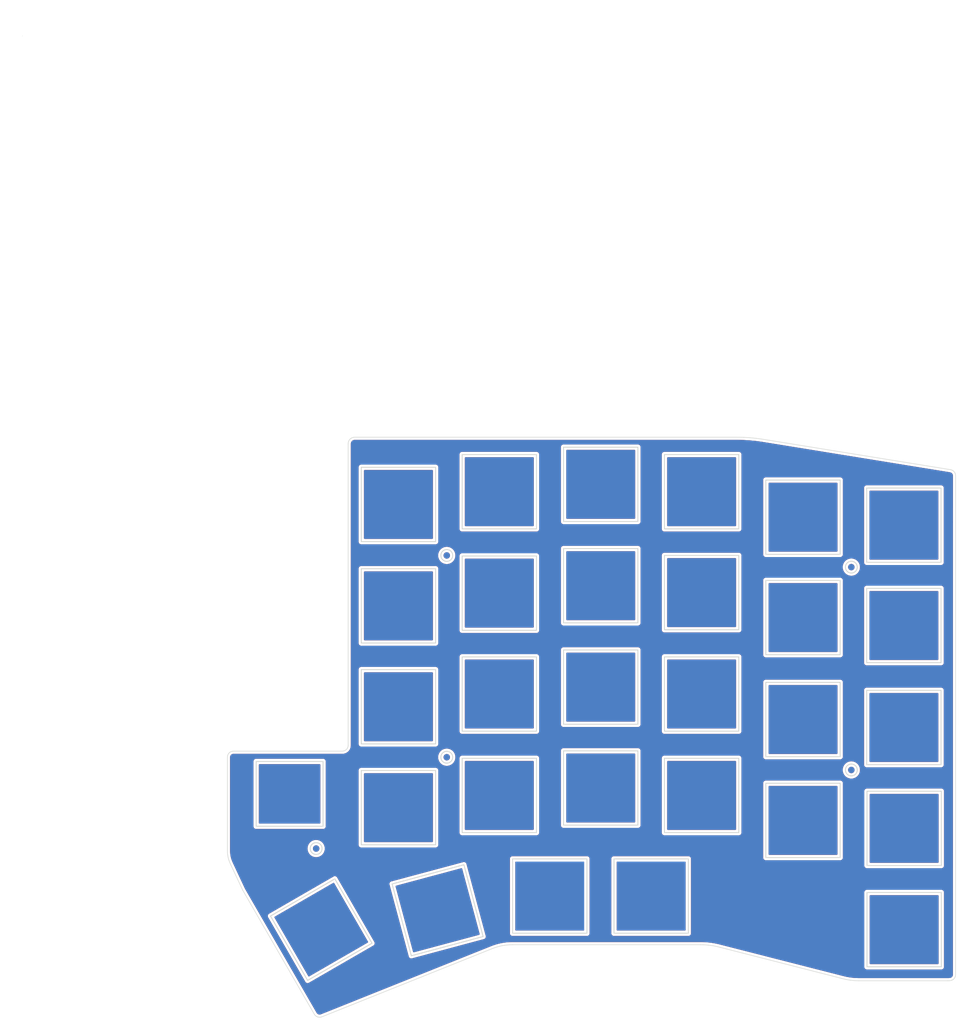
<source format=kicad_pcb>
(kicad_pcb (version 20211014) (generator pcbnew)
  (layers (0 "F.Cu" signal) (31 "B.Cu" signal) (34 "B.Paste" user) (35 "F.Paste" user) (36 "B.SilkS" user "B.Silkscreen") (37 "F.SilkS" user "F.Silkscreen") (38 "B.Mask" user) (39 "F.Mask" user) (44 "Edge.Cuts" user))
  (net 0 "")
  (gr_line (start 224.1296 139.7) (end 223.901 139.7) (layer "Edge.Cuts") (width 0.1))
  (gr_line (start 204.009451 139.2664) (end 181.165009 133.42648) (layer "Edge.Cuts") (width 0.1))
  (gr_line (start 104.918207 146.31232) (end 104.77107 146.16833) (layer "Edge.Cuts") (width 0.1))
  (gr_line (start 88.310437 115.822758) (end 88.284057 115.503472) (layer "Edge.Cuts") (width 0.1))
  (gr_rect (start 208.7 85) (end 222.6954 98.9954) (layer "Edge.Cuts") (width 0.15) (fill none))
  (gr_rect (start 93.7 98.4) (end 106.3 110.6) (layer "Edge.Cuts") (width 0.15) (fill none))
  (gr_circle (center 105 114.8) (end 106.1176 114.8) (layer "Edge.Cuts") (width 0.15) (fill none))
  (gr_line (start 112.011168 37.350535) (end 112.260447 37.325405) (layer "Edge.Cuts") (width 0.1))
  (gr_line (start 177.892978 132.923912) (end 177.4063 132.915912) (layer "Edge.Cuts") (width 0.1))
  (gr_line (start 225.283881 43.997807) (end 225.370281 44.178672) (layer "Edge.Cuts") (width 0.1))
  (gr_line (start 140.499606 133.020102) (end 140.020141 133.100702) (layer "Edge.Cuts") (width 0.1))
  (gr_line (start 140.020141 133.100702) (end 139.545048 133.204021) (layer "Edge.Cuts") (width 0.1))
  (gr_line (start 88.367059 97.151168) (end 88.47355 96.955479) (layer "Edge.Cuts") (width 0.1))
  (gr_line (start 105.086149 146.42628) (end 104.918207 146.31232) (layer "Edge.Cuts") (width 0.1))
  (gr_circle (center 129.6 97.6) (end 130.7176 97.6) (layer "Edge.Cuts") (width 0.15) (fill none))
  (gr_line (start 111.120749 38.080848) (end 111.23479 37.870743) (layer "Edge.Cuts") (width 0.1))
  (gr_line (start 105.668308 146.57198) (end 105.465848 146.55768) (layer "Edge.Cuts") (width 0.1))
  (gr_line (start 205.594911 139.5931) (end 204.7971 139.4567) (layer "Edge.Cuts") (width 0.1))
  (gr_line (start 110.359747 96.365852) (end 110.544827 96.267042) (layer "Edge.Cuts") (width 0.1))
  (gr_line (start 141.468402 132.927502) (end 140.982629 132.962302) (layer "Edge.Cuts") (width 0.1))
  (gr_line (start 139.545048 133.204021) (end 139.07514 133.329881) (layer "Edge.Cuts") (width 0.1))
  (gr_line (start 111.002699 95.583159) (end 111.023549 95.372397) (layer "Edge.Cuts") (width 0.1))
  (gr_line (start 178.366503 132.948012) (end 177.892978 132.923912) (layer "Edge.Cuts") (width 0.1))
  (gr_line (start 110.544827 96.267042) (end 110.708603 96.132756) (layer "Edge.Cuts") (width 0.1))
  (gr_poly (pts (xy 96.397822 127.507822) (xy 108.518194 120.510122) (xy 115.515893 132.630494) (xy 103.395522 139.628194)) (layer "Edge.Cuts") (width 0.15) (fill none))
  (gr_rect (start 170.6 97.8) (end 184.5954 111.7954) (layer "Edge.Cuts") (width 0.15) (fill none))
  (gr_line (start 88.588327 117.068869) (end 88.493317 116.763407) (layer "Edge.Cuts") (width 0.1))
  (gr_rect (start 113.5 43) (end 127.4954 56.9954) (layer "Edge.Cuts") (width 0.15) (fill none))
  (gr_line (start 109.948244 96.447702) (end 110.159006 96.426852) (layer "Edge.Cuts") (width 0.1))
  (gr_line (start 88.275257 115.182495) (end 88.275853 97.599704) (layer "Edge.Cuts") (width 0.1))
  (gr_line (start 225.423881 138.752566) (end 225.363481 138.958835) (layer "Edge.Cuts") (width 0.1))
  (gr_line (start 225.424381 44.374571) (end 225.443181 44.581902) (layer "Edge.Cuts") (width 0.1))
  (gr_rect (start 189.7 83.5) (end 203.6954 97.4954) (layer "Edge.Cuts") (width 0.15) (fill none))
  (gr_line (start 225.363481 138.958835) (end 225.267481 139.147435) (layer "Edge.Cuts") (width 0.1))
  (gr_rect (start 132.5 40.6) (end 146.4954 54.5954) (layer "Edge.Cuts") (width 0.15) (fill none))
  (gr_line (start 141.956108 132.915912) (end 141.468402 132.927502) (layer "Edge.Cuts") (width 0.1))
  (gr_circle (center 129.6 59.6) (end 130.7176 59.6) (layer "Edge.Cuts") (width 0.15) (fill none))
  (gr_rect (start 189.7 64.3) (end 203.6954 78.2954) (layer "Edge.Cuts") (width 0.15) (fill none))
  (gr_line (start 178.83867 132.988112) (end 178.366503 132.948012) (layer "Edge.Cuts") (width 0.1))
  (gr_circle (center 205.8 100) (end 206.9176 100) (layer "Edge.Cuts") (width 0.15) (fill none))
  (gr_line (start 111.23479 37.870743) (end 111.385827 37.687684) (layer "Edge.Cuts") (width 0.1))
  (gr_rect (start 132.5 97.8) (end 146.4954 111.7954) (layer "Edge.Cuts") (width 0.15) (fill none))
  (gr_line (start 207.2005 139.7) (end 206.40012 139.6752) (layer "Edge.Cuts") (width 0.1))
  (gr_line (start 224.803331 139.566104) (end 224.602601 139.642904) (layer "Edge.Cuts") (width 0.1))
  (gr_line (start 180.242991 133.203712) (end 179.777319 133.116012) (layer "Edge.Cuts") (width 0.1))
  (gr_line (start 138.154128 133.648551) (end 106.075202 146.48948) (layer "Edge.Cuts") (width 0.1))
  (gr_line (start 104.77107 146.16833) (end 104.649386 145.99593) (layer "Edge.Cuts") (width 0.1))
  (gr_line (start 89.197408 96.471092) (end 89.4297 96.447702) (layer "Edge.Cuts") (width 0.1))
  (gr_line (start 225.4377 138.5443) (end 225.423881 138.752566) (layer "Edge.Cuts") (width 0.1))
  (gr_line (start 187.885731 37.54187) (end 188.910421 37.679776) (layer "Edge.Cuts") (width 0.1))
  (gr_line (start 88.284057 115.503472) (end 88.275257 115.182495) (layer "Edge.Cuts") (width 0.1))
  (gr_line (start 88.299617 97.36745) (end 88.367059 97.151168) (layer "Edge.Cuts") (width 0.1))
  (gr_line (start 188.910421 37.679776) (end 224.475441 43.445146) (layer "Edge.Cuts") (width 0.1))
  (gr_circle (center 205.8 61.8) (end 206.9176 61.8) (layer "Edge.Cuts") (width 0.15) (fill none))
  (gr_line (start 91.129785 122.566908) (end 88.828479 117.66343) (layer "Edge.Cuts") (width 0.1))
  (gr_line (start 88.275853 97.599704) (end 88.299617 97.36745) (layer "Edge.Cuts") (width 0.1))
  (gr_line (start 225.370281 44.178672) (end 225.424381 44.374571) (layer "Edge.Cuts") (width 0.1))
  (gr_line (start 180.705689 133.30724) (end 180.242991 133.203712) (layer "Edge.Cuts") (width 0.1))
  (gr_line (start 106.075202 146.48948) (end 105.872976 146.54978) (layer "Edge.Cuts") (width 0.1))
  (gr_line (start 111.385827 37.687684) (end 111.568884 37.536647) (layer "Edge.Cuts") (width 0.1))
  (gr_line (start 179.309078 133.044112) (end 178.83867 132.988112) (layer "Edge.Cuts") (width 0.1))
  (gr_line (start 105.465848 146.55768) (end 105.270246 146.50858) (layer "Edge.Cuts") (width 0.1))
  (gr_line (start 181.165009 133.42648) (end 180.705689 133.30724) (layer "Edge.Cuts") (width 0.1))
  (gr_poly (pts (xy 119.306786 121.470253) (xy 132.825304 117.847977) (xy 136.44758 131.366495) (xy 122.929062 134.988771)) (layer "Edge.Cuts") (width 0.15) (fill none))
  (gr_line (start 225.267481 139.147435) (end 225.139571 139.314255) (layer "Edge.Cuts") (width 0.1))
  (gr_line (start 111.048679 38.313027) (end 111.120749 38.080848) (layer "Edge.Cuts") (width 0.1))
  (gr_line (start 88.493317 116.763407) (end 88.415227 116.453429) (layer "Edge.Cuts") (width 0.1))
  (gr_line (start 88.415227 116.453429) (end 88.354217 116.139644) (layer "Edge.Cuts") (width 0.1))
  (gr_rect (start 189.7 102.5) (end 203.6954 116.4954) (layer "Edge.Cuts") (width 0.15) (fill none))
  (gr_line (start 88.828479 117.66343) (end 88.7001 117.369113) (layer "Edge.Cuts") (width 0.1))
  (gr_rect (start 151.6 96.4) (end 165.5954 110.3954) (layer "Edge.Cuts") (width 0.15) (fill none))
  (gr_line (start 49.676679 -38.227998) (end 49.676679 -38.227998) (layer "Edge.Cuts") (width 0.1))
  (gr_line (start 224.983591 139.455185) (end 224.803331 139.566104) (layer "Edge.Cuts") (width 0.1))
  (gr_line (start 186.716531 37.429255) (end 187.885731 37.54187) (layer "Edge.Cuts") (width 0.1))
  (gr_line (start 112.260447 37.325405) (end 184.510807 37.325485) (layer "Edge.Cuts") (width 0.1))
  (gr_line (start 224.385191 139.681504) (end 224.1296 139.7) (layer "Edge.Cuts") (width 0.1))
  (gr_line (start 179.777319 133.116012) (end 179.309078 133.044112) (layer "Edge.Cuts") (width 0.1))
  (gr_line (start 110.708603 96.132756) (end 110.842889 95.96898) (layer "Edge.Cuts") (width 0.1))
  (gr_rect (start 151.6 58.3) (end 165.5954 72.2954) (layer "Edge.Cuts") (width 0.15) (fill none))
  (gr_line (start 204.7971 139.4567) (end 204.009451 139.2664) (layer "Edge.Cuts") (width 0.1))
  (gr_line (start 224.861871 43.581466) (end 225.026621 43.6956) (layer "Edge.Cuts") (width 0.1))
  (gr_line (start 140.982629 132.962302) (end 140.499606 133.020102) (layer "Edge.Cuts") (width 0.1))
  (gr_rect (start 170.6 40.6) (end 184.5954 54.5954) (layer "Edge.Cuts") (width 0.15) (fill none))
  (gr_line (start 110.159006 96.426852) (end 110.359747 96.365852) (layer "Edge.Cuts") (width 0.1))
  (gr_rect (start 170.6 59.6) (end 184.5954 73.5954) (layer "Edge.Cuts") (width 0.15) (fill none))
  (gr_line (start 91.174935 122.653408) (end 91.129785 122.566908) (layer "Edge.Cuts") (width 0.1))
  (gr_line (start 88.981018 96.538192) (end 89.197408 96.471092) (layer "Edge.Cuts") (width 0.1))
  (gr_rect (start 161.1 116.75) (end 175.0954 130.7454) (layer "Edge.Cuts") (width 0.15) (fill none))
  (gr_rect (start 189.7 45.4) (end 203.6954 59.3954) (layer "Edge.Cuts") (width 0.15) (fill none))
  (gr_line (start 111.77899 37.422605) (end 112.011168 37.350535) (layer "Edge.Cuts") (width 0.1))
  (gr_line (start 88.7001 117.369113) (end 88.588327 117.068869) (layer "Edge.Cuts") (width 0.1))
  (gr_line (start 185.544381 37.353325) (end 186.716531 37.429255) (layer "Edge.Cuts") (width 0.1))
  (gr_line (start 89.4297 96.447702) (end 109.948244 96.447702) (layer "Edge.Cuts") (width 0.1))
  (gr_rect (start 208.7 46.9) (end 222.6954 60.8954) (layer "Edge.Cuts") (width 0.15) (fill none))
  (gr_rect (start 142 116.75) (end 155.9954 130.7454) (layer "Edge.Cuts") (width 0.15) (fill none))
  (gr_line (start 111.023549 95.372397) (end 111.023549 38.562306) (layer "Edge.Cuts") (width 0.1))
  (gr_rect (start 113.5 100.1) (end 127.4954 114.0954) (layer "Edge.Cuts") (width 0.15) (fill none))
  (gr_rect (start 208.7476 123.073401) (end 222.743 137.068801) (layer "Edge.Cuts") (width 0.15) (fill none))
  (gr_line (start 105.270246 146.50858) (end 105.086149 146.42628) (layer "Edge.Cuts") (width 0.1))
  (gr_rect (start 208.75 104) (end 222.7454 117.9954) (layer "Edge.Cuts") (width 0.15) (fill none))
  (gr_rect (start 132.5 78.7) (end 146.4954 92.6954) (layer "Edge.Cuts") (width 0.15) (fill none))
  (gr_line (start 111.568884 37.536647) (end 111.77899 37.422605) (layer "Edge.Cuts") (width 0.1))
  (gr_line (start 223.901 139.7) (end 207.2005 139.7) (layer "Edge.Cuts") (width 0.1))
  (gr_rect (start 132.5 59.7) (end 146.4954 73.6954) (layer "Edge.Cuts") (width 0.15) (fill none))
  (gr_line (start 225.139571 139.314255) (end 224.983591 139.455185) (layer "Edge.Cuts") (width 0.1))
  (gr_line (start 184.510807 37.325485) (end 185.544381 37.353325) (layer "Edge.Cuts") (width 0.1))
  (gr_rect (start 208.7 65.8) (end 222.6954 79.7954) (layer "Edge.Cuts") (width 0.15) (fill none))
  (gr_line (start 88.785159 96.644369) (end 88.981018 96.538192) (layer "Edge.Cuts") (width 0.1))
  (gr_line (start 225.026621 43.6956) (end 225.168321 43.835582) (layer "Edge.Cuts") (width 0.1))
  (gr_line (start 177.4063 132.915912) (end 141.956108 132.915912) (layer "Edge.Cuts") (width 0.1))
  (gr_line (start 110.842889 95.96898) (end 110.941699 95.7839) (layer "Edge.Cuts") (width 0.1))
  (gr_line (start 111.023549 38.562306) (end 111.048679 38.313027) (layer "Edge.Cuts") (width 0.1))
  (gr_line (start 88.47355 96.955479) (end 88.61446 96.785005) (layer "Edge.Cuts") (width 0.1))
  (gr_line (start 224.677111 43.496776) (end 224.861871 43.581466) (layer "Edge.Cuts") (width 0.1))
  (gr_line (start 224.602601 139.642904) (end 224.385191 139.681504) (layer "Edge.Cuts") (width 0.1))
  (gr_line (start 206.40012 139.6752) (end 205.594911 139.5931) (layer "Edge.Cuts") (width 0.1))
  (gr_rect (start 170.6 78.7) (end 184.5954 92.6954) (layer "Edge.Cuts") (width 0.15) (fill none))
  (gr_rect (start 113.5 81.1) (end 127.4954 95.0954) (layer "Edge.Cuts") (width 0.15) (fill none))
  (gr_line (start 88.61446 96.785005) (end 88.785159 96.644369) (layer "Edge.Cuts") (width 0.1))
  (gr_line (start 225.443181 44.581902) (end 225.4377 138.5443) (layer "Edge.Cuts") (width 0.1))
  (gr_line (start 139.07514 133.329881) (end 138.61123 133.478101) (layer "Edge.Cuts") (width 0.1))
  (gr_line (start 225.168321 43.835582) (end 225.283881 43.997807) (layer "Edge.Cuts") (width 0.1))
  (gr_line (start 104.649386 145.99593) (end 91.174935 122.653408) (layer "Edge.Cuts") (width 0.1))
  (gr_line (start 105.872976 146.54978) (end 105.668308 146.57198) (layer "Edge.Cuts") (width 0.1))
  (gr_rect (start 113.5 62.1) (end 127.4954 76.0954) (layer "Edge.Cuts") (width 0.15) (fill none))
  (gr_line (start 138.61123 133.478101) (end 138.154128 133.648551) (layer "Edge.Cuts") (width 0.1))
  (gr_line (start 88.354217 116.139644) (end 88.310437 115.822758) (layer "Edge.Cuts") (width 0.1))
  (gr_line (start 110.941699 95.7839) (end 111.002699 95.583159) (layer "Edge.Cuts") (width 0.1))
  (gr_rect (start 151.6 77.4) (end 165.5954 91.3954) (layer "Edge.Cuts") (width 0.15) (fill none))
  (gr_rect (start 151.6 39.21) (end 165.5954 53.2054) (layer "Edge.Cuts") (width 0.15) (fill none))
  (gr_line (start 224.475441 43.445146) (end 224.677111 43.496776) (layer "Edge.Cuts") (width 0.1))
  (zone (net 0) (net_name "") (layers F&B.Cu) (connect_pads (clearance 0.508)) (min_thickness 0.254) (fill yes (thermal_gap 0.508) (thermal_bridge_width 0.508))
    (polygon (pts (xy 226.45625 140.66875) (xy 205.81875 140.66875) (xy 178.83125 134.31875) (xy 139.14375 134.31875) (xy 105.0125 147.8125) (xy 87.55 117.65) (xy 87.55 95.425) (xy 109.775 95.425) (xy 109.775 36.6875) (xy 187.5625 36.6875) (xy 226.45625 43.0375)))
  )
)
</source>
